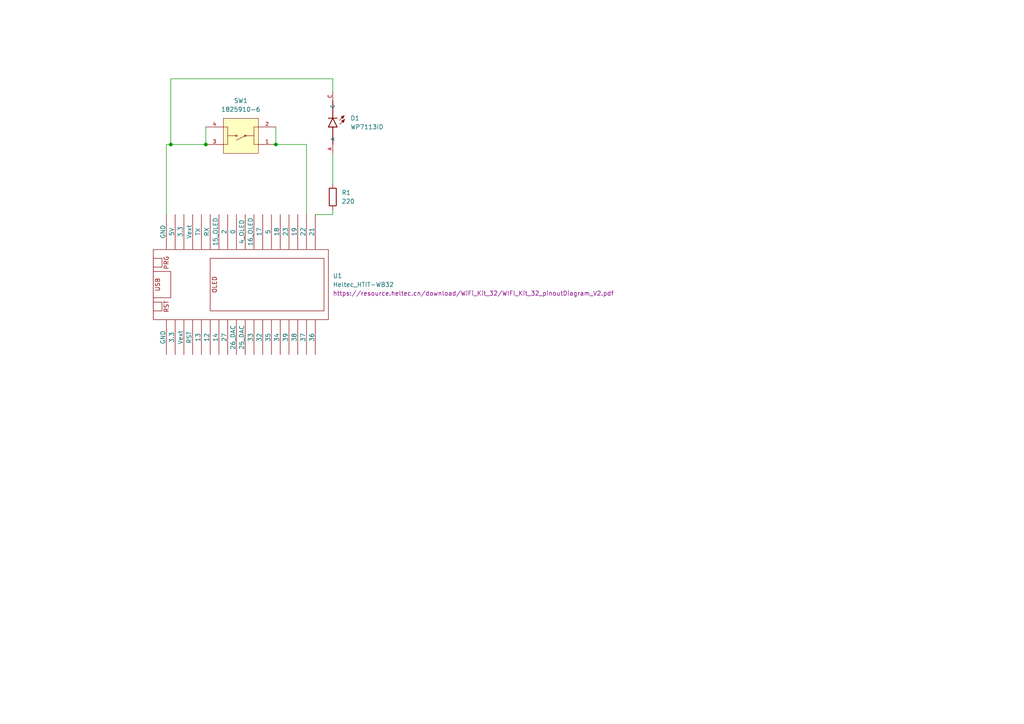
<source format=kicad_sch>
(kicad_sch (version 20230121) (generator eeschema)
  (paper "A4")
  (lib_symbols
    (symbol "1825910-6:1825910-6" (pin_names (offset 1.016))
      (property "Reference" "SW" (at -5.0897 5.8532 0))
      (property "Value" "1825910-6" (at -5.0883 -7.6325 0))
      (symbol "1825910-6_0_0"
        (rectangle (start -5.08 -5.08) (end 5.08 5.08) (stroke (width 0.127)) (fill (type background)))
        (circle (center -1.27 0) (radius 0.254) (stroke (width 0.127)))
        (polyline (pts (xy -5.08 2.54) (xy -3.81 2.54)) (stroke (width 0.127)))
        (polyline (pts (xy -3.81 -2.54) (xy -5.08 -2.54)) (stroke (width 0.127)))
        (polyline (pts (xy -3.81 0) (xy -3.81 -2.54)) (stroke (width 0.127)))
        (polyline (pts (xy -3.81 0) (xy -1.27 0)) (stroke (width 0.127)))
        (polyline (pts (xy -3.81 2.54) (xy -3.81 0)) (stroke (width 0.127)))
        (polyline (pts (xy -1.27 0) (xy 1.27 1.27)) (stroke (width 0.127)))
        (polyline (pts (xy 1.27 0) (xy 3.81 0)) (stroke (width 0.127)))
        (polyline (pts (xy 3.81 -2.54) (xy 5.08 -2.54)) (stroke (width 0.127)))
        (polyline (pts (xy 3.81 0) (xy 3.81 -2.54)) (stroke (width 0.127)))
        (polyline (pts (xy 3.81 0) (xy 3.81 2.54)) (stroke (width 0.127)))
        (polyline (pts (xy 3.81 2.54) (xy 5.08 2.54)) (stroke (width 0.127)))
        (circle (center 1.27 0) (radius 0.254) (stroke (width 0.127)))
        (pin passive line (at -10.16 2.54 0) (length 5.08) (name "~") (number "1"))
        (pin passive line (at -10.16 -2.54 0) (length 5.08) (name "~") (number "2"))
        (pin passive line (at 10.16 2.54 180) (length 5.08) (name "~") (number "3"))
        (pin passive line (at 10.16 -2.54 180) (length 5.08) (name "~") (number "4"))
      )
    )
    (symbol "Device:R" (pin_numbers hide) (pin_names (offset 0))
      (property "Reference" "R" (at 2.032 0 90))
      (property "Value" "R" (at 0 0 90))
      (symbol "R_0_1"
        (rectangle (start -1.016 -2.54) (end 1.016 2.54) (stroke (width 0.254)))
      )
      (symbol "R_1_1"
        (pin passive line (at 0 3.81 270) (length 1.27) (name "~") (number "1"))
        (pin passive line (at 0 -3.81 90) (length 1.27) (name "~") (number "2"))
      )
    )
    (symbol "WP7113ID:WP7113ID" (pin_names (offset 1.016))
      (property "Reference" "D" (at -2.0355 4.071 0))
      (property "Value" "WP7113ID" (at -2.0386 -3.8224 0))
      (symbol "WP7113ID_0_0"
        (polyline (pts (xy -5.08 0) (xy 0 0)) (stroke (width 0.254)))
        (polyline (pts (xy 0 -1.27) (xy 0 0)) (stroke (width 0.254)))
        (polyline (pts (xy 0 0) (xy 0 1.27)) (stroke (width 0.254)))
        (polyline (pts (xy 0 0) (xy 2.54 1.27)) (stroke (width 0.254)))
        (polyline (pts (xy 0.635 1.905) (xy -0.762 3.302)) (stroke (width 0.1524)))
        (polyline (pts (xy 1.778 2.032) (xy 0.381 3.429)) (stroke (width 0.1524)))
        (polyline (pts (xy 2.54 -1.27) (xy 0 0)) (stroke (width 0.254)))
        (polyline (pts (xy 2.54 -1.27) (xy 2.54 0)) (stroke (width 0.254)))
        (polyline (pts (xy 2.54 0) (xy 2.54 1.27)) (stroke (width 0.254)))
        (polyline (pts (xy 2.54 0) (xy 7.62 0)) (stroke (width 0.254)))
        (polyline (pts (xy -0.762 3.302) (xy 0.127 2.921) (xy -0.381 2.413) (xy -0.762 3.302)) (stroke (width 0.1524)) (fill (type outline)))
        (polyline (pts (xy 0.381 3.429) (xy 1.27 3.048) (xy 0.762 2.54) (xy 0.381 3.429)) (stroke (width 0.1524)) (fill (type outline)))
        (pin passive line (at 10.16 0 180) (length 2.54) (name "A") (number "A"))
        (pin passive line (at -7.62 0 0) (length 2.54) (name "C") (number "C"))
      )
    )
    (symbol "heltec_htit-wb32:Heltec_HTIT-WB32" (pin_numbers hide) (pin_names (offset 0))
      (property "Reference" "U" (at 0 0 0))
      (property "Value" "Heltec_HTIT-WB32" (at 0 -26.67 0))
      (property "Datasheet" "https://resource.heltec.cn/download/WiFi_Kit_32/WIFI_Kit_32_pinoutDiagram_V2.pdf" (at 0 0 0))
      (symbol "Heltec_HTIT-WB32_0_0"
        (rectangle (start -5.08 22.86) (end -7.62 25.4))
        (rectangle (start 3.81 25.4) (end -3.81 20.32))
        (rectangle (start 5.08 22.86) (end 7.62 25.4))
        (rectangle (start 7.62 -24.13) (end -7.62 8.89))
        (rectangle (start 10.16 -25.4) (end -10.16 25.4))
        (text "OLED" (at 0 7.62 0) (effects (font (size 1.27 1.27))))
        (text "PRG" (at 6.35 21.59 0) (effects (font (size 1.27 1.27))))
        (text "RST" (at -6.35 21.59 0) (effects (font (size 1.27 1.27))))
        (text "USB" (at 0 24.13 0) (effects (font (size 1.27 1.27))))
      )
      (symbol "Heltec_HTIT-WB32_1_1"
        (pin bidirectional line (at 20.32 1.27 180) (length 10.0076) (name "0") (number "0"))
        (pin bidirectional line (at 20.32 11.43 180) (length 10.0076) (name "TX") (number "1"))
        (pin power_out line (at 20.32 13.97 180) (length 10.0076) (name "Vext") (number "10"))
        (pin power_in line (at 20.32 16.51 180) (length 10.0076) (name "3.3") (number "11"))
        (pin bidirectional line (at -20.32 8.89 0) (length 10.0076) (name "12") (number "12"))
        (pin bidirectional line (at -20.32 11.43 0) (length 10.0076) (name "13") (number "13"))
        (pin bidirectional line (at -20.32 6.35 0) (length 10.0076) (name "14") (number "14"))
        (pin bidirectional line (at 20.32 6.35 180) (length 10.0076) (name "15_OLED") (number "15"))
        (pin bidirectional line (at 20.32 -3.81 180) (length 10.0076) (name "16_OLED") (number "16"))
        (pin bidirectional line (at 20.32 -6.35 180) (length 10.0076) (name "17") (number "17"))
        (pin bidirectional line (at 20.32 -11.43 180) (length 10.0076) (name "18") (number "18"))
        (pin bidirectional line (at 20.32 -16.51 180) (length 10.0076) (name "19") (number "19"))
        (pin bidirectional line (at 20.32 3.81 180) (length 10.0076) (name "2") (number "2"))
        (pin power_in line (at 20.32 19.05 180) (length 10.0076) (name "5V") (number "20"))
        (pin bidirectional line (at 20.32 -21.59 180) (length 10.0076) (name "21") (number "21"))
        (pin bidirectional line (at 20.32 -19.05 180) (length 10.0076) (name "22") (number "22"))
        (pin bidirectional line (at 20.32 -13.97 180) (length 10.0076) (name "23") (number "23"))
        (pin bidirectional line (at -20.32 -1.27 0) (length 10.0076) (name "25_DAC") (number "25"))
        (pin bidirectional line (at -20.32 1.27 0) (length 10.0076) (name "26_DAC") (number "26"))
        (pin bidirectional line (at -20.32 3.81 0) (length 10.0076) (name "27") (number "27"))
        (pin power_in line (at 20.32 21.59 180) (length 10.0076) (name "GND") (number "28"))
        (pin bidirectional line (at 20.32 8.89 180) (length 10.0076) (name "RX") (number "3"))
        (pin input line (at -20.32 -6.35 0) (length 10.0076) (name "32") (number "32"))
        (pin input line (at -20.32 -3.81 0) (length 10.0076) (name "33") (number "33"))
        (pin input line (at -20.32 -11.43 0) (length 10.0076) (name "34") (number "34"))
        (pin input line (at -20.32 -8.89 0) (length 10.0076) (name "35") (number "35"))
        (pin input line (at -20.32 -21.59 0) (length 10.0076) (name "36") (number "36"))
        (pin input line (at -20.32 -19.05 0) (length 10.0076) (name "37") (number "37"))
        (pin input line (at -20.32 -16.51 0) (length 10.0076) (name "38") (number "38"))
        (pin input line (at -20.32 -13.97 0) (length 10.0076) (name "39") (number "39"))
        (pin bidirectional line (at 20.32 -1.27 180) (length 10.0076) (name "4_OLED") (number "4"))
        (pin bidirectional line (at 20.32 -8.89 180) (length 10.0076) (name "5") (number "5"))
        (pin input line (at -20.32 13.97 0) (length 10.0076) (name "RST") (number "6"))
        (pin power_out line (at -20.32 16.51 0) (length 10.0076) (name "Vext") (number "7"))
        (pin power_in line (at -20.32 21.59 0) (length 10.0076) (name "GND") (number "8"))
        (pin power_in line (at -20.32 19.05 0) (length 10.0076) (name "3.3") (number "9"))
      )
    )
  )
  (junction (at 80.01 41.91))
  (junction (at 49.53 41.91))
  (junction (at 59.69 41.91))
  (wire (pts (xy 88.9 41.91) (xy 88.9 62.23)))
  (wire (pts (xy 59.69 41.91) (xy 59.69 36.83)))
  (wire (pts (xy 91.44 62.23) (xy 96.52 62.23)))
  (wire (pts (xy 48.26 41.91) (xy 48.26 62.23)))
  (wire (pts (xy 96.52 22.86) (xy 96.52 26.67)))
  (wire (pts (xy 80.01 36.83) (xy 80.01 41.91)))
  (wire (pts (xy 59.69 41.91) (xy 49.53 41.91)))
  (wire (pts (xy 49.53 22.86) (xy 49.53 41.91)))
  (wire (pts (xy 96.52 44.45) (xy 96.52 53.34)))
  (wire (pts (xy 96.52 22.86) (xy 49.53 22.86)))
  (wire (pts (xy 96.52 60.96) (xy 96.52 62.23)))
  (wire (pts (xy 49.53 41.91) (xy 48.26 41.91)))
  (wire (pts (xy 80.01 41.91) (xy 88.9 41.91)))
  (symbol (lib_id "WP7113ID:WP7113ID") (at 96.52 34.29 270) (unit 1)
    (property "Reference" "D1" (at 101.6 34.29 90) (effects (justify left)))
    (property "Value" "WP7113ID" (at 101.6 36.83 90) (effects (justify left)))
    (property "Footprint" "LED_WP7113ID" (effects hide))
    (property "MANUFACTURER" "Kingbright" (effects hide))
  )
  (symbol (lib_id "1825910-6:1825910-6") (at 69.85 39.37 180) (unit 1)
    (property "Reference" "SW1" (at 69.85 29.21 0))
    (property "Value" "1825910-6" (at 69.85 31.75 0))
    (property "Footprint" "SW_1825910-6-4" (effects hide))
    (property "Comment" "1825910-6" (effects hide))
  )
  (symbol (lib_id "heltec_htit-wb32:Heltec_HTIT-WB32") (at 69.85 82.55 90) (unit 1)
    (property "Reference" "U1" (at 96.52 80.01 90) (effects (justify right)))
    (property "Value" "Heltec_HTIT-WB32" (at 96.52 82.55 90) (effects (justify right)))
    (property "Footprint" "heltec_htit-wb32:Heltec_HTIT-WB32" (effects hide))
    (property "Datasheet" "https://resource.heltec.cn/download/WiFi_Kit_32/WIFI_Kit_32_pinoutDiagram_V2.pdf" (at 96.52 85.09 90) (effects (justify right)))
  )
  (symbol (lib_id "Device:R") (at 96.52 57.15 0) (unit 1)
    (property "Reference" "R1" (at 99.06 55.88 0) (effects (justify left)))
    (property "Value" "220" (at 99.06 58.42 0) (effects (justify left)))
    (property "Footprint" "Resistor_THT:R_Axial_DIN0204_L3.6mm_D1.6mm_P5.08mm_Horizontal" (effects hide))
  )
)
</source>
